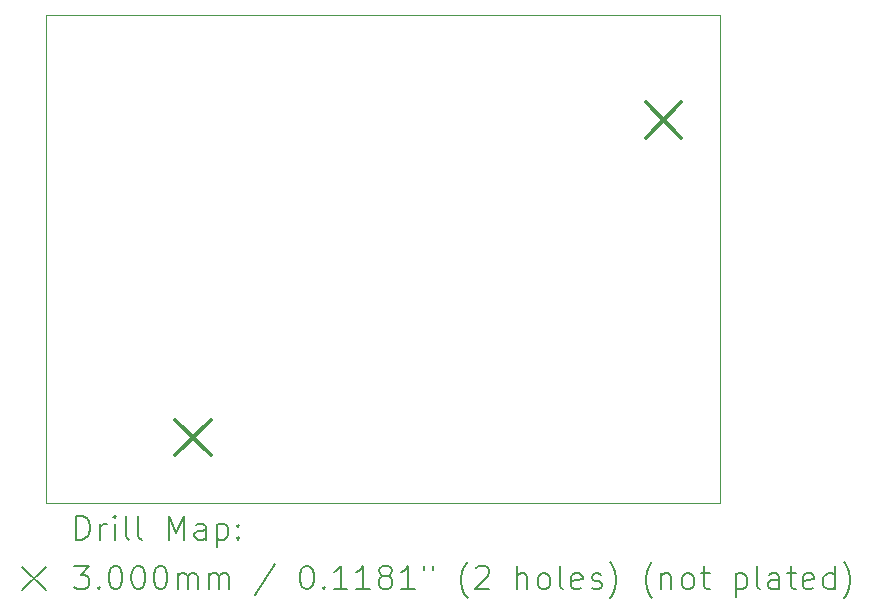
<source format=gbr>
%TF.GenerationSoftware,KiCad,Pcbnew,8.0.1*%
%TF.CreationDate,2024-06-13T00:26:48+02:00*%
%TF.ProjectId,CFT,4346542e-6b69-4636-9164-5f7063625858,rev?*%
%TF.SameCoordinates,PX52e4ef2PY60c692e*%
%TF.FileFunction,Drillmap*%
%TF.FilePolarity,Positive*%
%FSLAX45Y45*%
G04 Gerber Fmt 4.5, Leading zero omitted, Abs format (unit mm)*
G04 Created by KiCad (PCBNEW 8.0.1) date 2024-06-13 00:26:48*
%MOMM*%
%LPD*%
G01*
G04 APERTURE LIST*
%ADD10C,0.050000*%
%ADD11C,0.200000*%
%ADD12C,0.300000*%
G04 APERTURE END LIST*
D10*
X2000Y4127000D02*
X5713000Y4127000D01*
X5713000Y0D01*
X2000Y0D01*
X2000Y4127000D01*
D11*
D12*
X1096000Y701000D02*
X1396000Y401000D01*
X1396000Y701000D02*
X1096000Y401000D01*
X5082000Y3387000D02*
X5382000Y3087000D01*
X5382000Y3387000D02*
X5082000Y3087000D01*
D11*
X260277Y-313984D02*
X260277Y-113984D01*
X260277Y-113984D02*
X307896Y-113984D01*
X307896Y-113984D02*
X336467Y-123508D01*
X336467Y-123508D02*
X355515Y-142555D01*
X355515Y-142555D02*
X365039Y-161603D01*
X365039Y-161603D02*
X374562Y-199698D01*
X374562Y-199698D02*
X374562Y-228269D01*
X374562Y-228269D02*
X365039Y-266365D01*
X365039Y-266365D02*
X355515Y-285412D01*
X355515Y-285412D02*
X336467Y-304460D01*
X336467Y-304460D02*
X307896Y-313984D01*
X307896Y-313984D02*
X260277Y-313984D01*
X460277Y-313984D02*
X460277Y-180650D01*
X460277Y-218746D02*
X469801Y-199698D01*
X469801Y-199698D02*
X479324Y-190174D01*
X479324Y-190174D02*
X498372Y-180650D01*
X498372Y-180650D02*
X517420Y-180650D01*
X584086Y-313984D02*
X584086Y-180650D01*
X584086Y-113984D02*
X574563Y-123508D01*
X574563Y-123508D02*
X584086Y-133031D01*
X584086Y-133031D02*
X593610Y-123508D01*
X593610Y-123508D02*
X584086Y-113984D01*
X584086Y-113984D02*
X584086Y-133031D01*
X707896Y-313984D02*
X688848Y-304460D01*
X688848Y-304460D02*
X679324Y-285412D01*
X679324Y-285412D02*
X679324Y-113984D01*
X812658Y-313984D02*
X793610Y-304460D01*
X793610Y-304460D02*
X784086Y-285412D01*
X784086Y-285412D02*
X784086Y-113984D01*
X1041229Y-313984D02*
X1041229Y-113984D01*
X1041229Y-113984D02*
X1107896Y-256841D01*
X1107896Y-256841D02*
X1174563Y-113984D01*
X1174563Y-113984D02*
X1174563Y-313984D01*
X1355515Y-313984D02*
X1355515Y-209222D01*
X1355515Y-209222D02*
X1345991Y-190174D01*
X1345991Y-190174D02*
X1326944Y-180650D01*
X1326944Y-180650D02*
X1288848Y-180650D01*
X1288848Y-180650D02*
X1269801Y-190174D01*
X1355515Y-304460D02*
X1336467Y-313984D01*
X1336467Y-313984D02*
X1288848Y-313984D01*
X1288848Y-313984D02*
X1269801Y-304460D01*
X1269801Y-304460D02*
X1260277Y-285412D01*
X1260277Y-285412D02*
X1260277Y-266365D01*
X1260277Y-266365D02*
X1269801Y-247317D01*
X1269801Y-247317D02*
X1288848Y-237793D01*
X1288848Y-237793D02*
X1336467Y-237793D01*
X1336467Y-237793D02*
X1355515Y-228269D01*
X1450753Y-180650D02*
X1450753Y-380650D01*
X1450753Y-190174D02*
X1469801Y-180650D01*
X1469801Y-180650D02*
X1507896Y-180650D01*
X1507896Y-180650D02*
X1526943Y-190174D01*
X1526943Y-190174D02*
X1536467Y-199698D01*
X1536467Y-199698D02*
X1545991Y-218746D01*
X1545991Y-218746D02*
X1545991Y-275889D01*
X1545991Y-275889D02*
X1536467Y-294936D01*
X1536467Y-294936D02*
X1526943Y-304460D01*
X1526943Y-304460D02*
X1507896Y-313984D01*
X1507896Y-313984D02*
X1469801Y-313984D01*
X1469801Y-313984D02*
X1450753Y-304460D01*
X1631705Y-294936D02*
X1641229Y-304460D01*
X1641229Y-304460D02*
X1631705Y-313984D01*
X1631705Y-313984D02*
X1622182Y-304460D01*
X1622182Y-304460D02*
X1631705Y-294936D01*
X1631705Y-294936D02*
X1631705Y-313984D01*
X1631705Y-190174D02*
X1641229Y-199698D01*
X1641229Y-199698D02*
X1631705Y-209222D01*
X1631705Y-209222D02*
X1622182Y-199698D01*
X1622182Y-199698D02*
X1631705Y-190174D01*
X1631705Y-190174D02*
X1631705Y-209222D01*
X-200500Y-542500D02*
X-500Y-742500D01*
X-500Y-542500D02*
X-200500Y-742500D01*
X241229Y-533984D02*
X365039Y-533984D01*
X365039Y-533984D02*
X298372Y-610174D01*
X298372Y-610174D02*
X326944Y-610174D01*
X326944Y-610174D02*
X345991Y-619698D01*
X345991Y-619698D02*
X355515Y-629222D01*
X355515Y-629222D02*
X365039Y-648270D01*
X365039Y-648270D02*
X365039Y-695889D01*
X365039Y-695889D02*
X355515Y-714936D01*
X355515Y-714936D02*
X345991Y-724460D01*
X345991Y-724460D02*
X326944Y-733984D01*
X326944Y-733984D02*
X269801Y-733984D01*
X269801Y-733984D02*
X250753Y-724460D01*
X250753Y-724460D02*
X241229Y-714936D01*
X450753Y-714936D02*
X460277Y-724460D01*
X460277Y-724460D02*
X450753Y-733984D01*
X450753Y-733984D02*
X441229Y-724460D01*
X441229Y-724460D02*
X450753Y-714936D01*
X450753Y-714936D02*
X450753Y-733984D01*
X584086Y-533984D02*
X603134Y-533984D01*
X603134Y-533984D02*
X622182Y-543508D01*
X622182Y-543508D02*
X631705Y-553031D01*
X631705Y-553031D02*
X641229Y-572079D01*
X641229Y-572079D02*
X650753Y-610174D01*
X650753Y-610174D02*
X650753Y-657793D01*
X650753Y-657793D02*
X641229Y-695889D01*
X641229Y-695889D02*
X631705Y-714936D01*
X631705Y-714936D02*
X622182Y-724460D01*
X622182Y-724460D02*
X603134Y-733984D01*
X603134Y-733984D02*
X584086Y-733984D01*
X584086Y-733984D02*
X565039Y-724460D01*
X565039Y-724460D02*
X555515Y-714936D01*
X555515Y-714936D02*
X545991Y-695889D01*
X545991Y-695889D02*
X536467Y-657793D01*
X536467Y-657793D02*
X536467Y-610174D01*
X536467Y-610174D02*
X545991Y-572079D01*
X545991Y-572079D02*
X555515Y-553031D01*
X555515Y-553031D02*
X565039Y-543508D01*
X565039Y-543508D02*
X584086Y-533984D01*
X774562Y-533984D02*
X793610Y-533984D01*
X793610Y-533984D02*
X812658Y-543508D01*
X812658Y-543508D02*
X822182Y-553031D01*
X822182Y-553031D02*
X831705Y-572079D01*
X831705Y-572079D02*
X841229Y-610174D01*
X841229Y-610174D02*
X841229Y-657793D01*
X841229Y-657793D02*
X831705Y-695889D01*
X831705Y-695889D02*
X822182Y-714936D01*
X822182Y-714936D02*
X812658Y-724460D01*
X812658Y-724460D02*
X793610Y-733984D01*
X793610Y-733984D02*
X774562Y-733984D01*
X774562Y-733984D02*
X755515Y-724460D01*
X755515Y-724460D02*
X745991Y-714936D01*
X745991Y-714936D02*
X736467Y-695889D01*
X736467Y-695889D02*
X726943Y-657793D01*
X726943Y-657793D02*
X726943Y-610174D01*
X726943Y-610174D02*
X736467Y-572079D01*
X736467Y-572079D02*
X745991Y-553031D01*
X745991Y-553031D02*
X755515Y-543508D01*
X755515Y-543508D02*
X774562Y-533984D01*
X965039Y-533984D02*
X984086Y-533984D01*
X984086Y-533984D02*
X1003134Y-543508D01*
X1003134Y-543508D02*
X1012658Y-553031D01*
X1012658Y-553031D02*
X1022182Y-572079D01*
X1022182Y-572079D02*
X1031705Y-610174D01*
X1031705Y-610174D02*
X1031705Y-657793D01*
X1031705Y-657793D02*
X1022182Y-695889D01*
X1022182Y-695889D02*
X1012658Y-714936D01*
X1012658Y-714936D02*
X1003134Y-724460D01*
X1003134Y-724460D02*
X984086Y-733984D01*
X984086Y-733984D02*
X965039Y-733984D01*
X965039Y-733984D02*
X945991Y-724460D01*
X945991Y-724460D02*
X936467Y-714936D01*
X936467Y-714936D02*
X926943Y-695889D01*
X926943Y-695889D02*
X917420Y-657793D01*
X917420Y-657793D02*
X917420Y-610174D01*
X917420Y-610174D02*
X926943Y-572079D01*
X926943Y-572079D02*
X936467Y-553031D01*
X936467Y-553031D02*
X945991Y-543508D01*
X945991Y-543508D02*
X965039Y-533984D01*
X1117420Y-733984D02*
X1117420Y-600650D01*
X1117420Y-619698D02*
X1126944Y-610174D01*
X1126944Y-610174D02*
X1145991Y-600650D01*
X1145991Y-600650D02*
X1174563Y-600650D01*
X1174563Y-600650D02*
X1193610Y-610174D01*
X1193610Y-610174D02*
X1203134Y-629222D01*
X1203134Y-629222D02*
X1203134Y-733984D01*
X1203134Y-629222D02*
X1212658Y-610174D01*
X1212658Y-610174D02*
X1231705Y-600650D01*
X1231705Y-600650D02*
X1260277Y-600650D01*
X1260277Y-600650D02*
X1279325Y-610174D01*
X1279325Y-610174D02*
X1288848Y-629222D01*
X1288848Y-629222D02*
X1288848Y-733984D01*
X1384086Y-733984D02*
X1384086Y-600650D01*
X1384086Y-619698D02*
X1393610Y-610174D01*
X1393610Y-610174D02*
X1412658Y-600650D01*
X1412658Y-600650D02*
X1441229Y-600650D01*
X1441229Y-600650D02*
X1460277Y-610174D01*
X1460277Y-610174D02*
X1469801Y-629222D01*
X1469801Y-629222D02*
X1469801Y-733984D01*
X1469801Y-629222D02*
X1479324Y-610174D01*
X1479324Y-610174D02*
X1498372Y-600650D01*
X1498372Y-600650D02*
X1526943Y-600650D01*
X1526943Y-600650D02*
X1545991Y-610174D01*
X1545991Y-610174D02*
X1555515Y-629222D01*
X1555515Y-629222D02*
X1555515Y-733984D01*
X1945991Y-524460D02*
X1774563Y-781603D01*
X2203134Y-533984D02*
X2222182Y-533984D01*
X2222182Y-533984D02*
X2241229Y-543508D01*
X2241229Y-543508D02*
X2250753Y-553031D01*
X2250753Y-553031D02*
X2260277Y-572079D01*
X2260277Y-572079D02*
X2269801Y-610174D01*
X2269801Y-610174D02*
X2269801Y-657793D01*
X2269801Y-657793D02*
X2260277Y-695889D01*
X2260277Y-695889D02*
X2250753Y-714936D01*
X2250753Y-714936D02*
X2241229Y-724460D01*
X2241229Y-724460D02*
X2222182Y-733984D01*
X2222182Y-733984D02*
X2203134Y-733984D01*
X2203134Y-733984D02*
X2184087Y-724460D01*
X2184087Y-724460D02*
X2174563Y-714936D01*
X2174563Y-714936D02*
X2165039Y-695889D01*
X2165039Y-695889D02*
X2155515Y-657793D01*
X2155515Y-657793D02*
X2155515Y-610174D01*
X2155515Y-610174D02*
X2165039Y-572079D01*
X2165039Y-572079D02*
X2174563Y-553031D01*
X2174563Y-553031D02*
X2184087Y-543508D01*
X2184087Y-543508D02*
X2203134Y-533984D01*
X2355515Y-714936D02*
X2365039Y-724460D01*
X2365039Y-724460D02*
X2355515Y-733984D01*
X2355515Y-733984D02*
X2345991Y-724460D01*
X2345991Y-724460D02*
X2355515Y-714936D01*
X2355515Y-714936D02*
X2355515Y-733984D01*
X2555515Y-733984D02*
X2441229Y-733984D01*
X2498372Y-733984D02*
X2498372Y-533984D01*
X2498372Y-533984D02*
X2479325Y-562555D01*
X2479325Y-562555D02*
X2460277Y-581603D01*
X2460277Y-581603D02*
X2441229Y-591127D01*
X2745991Y-733984D02*
X2631706Y-733984D01*
X2688848Y-733984D02*
X2688848Y-533984D01*
X2688848Y-533984D02*
X2669801Y-562555D01*
X2669801Y-562555D02*
X2650753Y-581603D01*
X2650753Y-581603D02*
X2631706Y-591127D01*
X2860277Y-619698D02*
X2841229Y-610174D01*
X2841229Y-610174D02*
X2831706Y-600650D01*
X2831706Y-600650D02*
X2822182Y-581603D01*
X2822182Y-581603D02*
X2822182Y-572079D01*
X2822182Y-572079D02*
X2831706Y-553031D01*
X2831706Y-553031D02*
X2841229Y-543508D01*
X2841229Y-543508D02*
X2860277Y-533984D01*
X2860277Y-533984D02*
X2898372Y-533984D01*
X2898372Y-533984D02*
X2917420Y-543508D01*
X2917420Y-543508D02*
X2926944Y-553031D01*
X2926944Y-553031D02*
X2936467Y-572079D01*
X2936467Y-572079D02*
X2936467Y-581603D01*
X2936467Y-581603D02*
X2926944Y-600650D01*
X2926944Y-600650D02*
X2917420Y-610174D01*
X2917420Y-610174D02*
X2898372Y-619698D01*
X2898372Y-619698D02*
X2860277Y-619698D01*
X2860277Y-619698D02*
X2841229Y-629222D01*
X2841229Y-629222D02*
X2831706Y-638746D01*
X2831706Y-638746D02*
X2822182Y-657793D01*
X2822182Y-657793D02*
X2822182Y-695889D01*
X2822182Y-695889D02*
X2831706Y-714936D01*
X2831706Y-714936D02*
X2841229Y-724460D01*
X2841229Y-724460D02*
X2860277Y-733984D01*
X2860277Y-733984D02*
X2898372Y-733984D01*
X2898372Y-733984D02*
X2917420Y-724460D01*
X2917420Y-724460D02*
X2926944Y-714936D01*
X2926944Y-714936D02*
X2936467Y-695889D01*
X2936467Y-695889D02*
X2936467Y-657793D01*
X2936467Y-657793D02*
X2926944Y-638746D01*
X2926944Y-638746D02*
X2917420Y-629222D01*
X2917420Y-629222D02*
X2898372Y-619698D01*
X3126944Y-733984D02*
X3012658Y-733984D01*
X3069801Y-733984D02*
X3069801Y-533984D01*
X3069801Y-533984D02*
X3050753Y-562555D01*
X3050753Y-562555D02*
X3031706Y-581603D01*
X3031706Y-581603D02*
X3012658Y-591127D01*
X3203134Y-533984D02*
X3203134Y-572079D01*
X3279325Y-533984D02*
X3279325Y-572079D01*
X3574563Y-810174D02*
X3565039Y-800650D01*
X3565039Y-800650D02*
X3545991Y-772079D01*
X3545991Y-772079D02*
X3536468Y-753031D01*
X3536468Y-753031D02*
X3526944Y-724460D01*
X3526944Y-724460D02*
X3517420Y-676841D01*
X3517420Y-676841D02*
X3517420Y-638746D01*
X3517420Y-638746D02*
X3526944Y-591127D01*
X3526944Y-591127D02*
X3536468Y-562555D01*
X3536468Y-562555D02*
X3545991Y-543508D01*
X3545991Y-543508D02*
X3565039Y-514936D01*
X3565039Y-514936D02*
X3574563Y-505412D01*
X3641229Y-553031D02*
X3650753Y-543508D01*
X3650753Y-543508D02*
X3669801Y-533984D01*
X3669801Y-533984D02*
X3717420Y-533984D01*
X3717420Y-533984D02*
X3736468Y-543508D01*
X3736468Y-543508D02*
X3745991Y-553031D01*
X3745991Y-553031D02*
X3755515Y-572079D01*
X3755515Y-572079D02*
X3755515Y-591127D01*
X3755515Y-591127D02*
X3745991Y-619698D01*
X3745991Y-619698D02*
X3631706Y-733984D01*
X3631706Y-733984D02*
X3755515Y-733984D01*
X3993610Y-733984D02*
X3993610Y-533984D01*
X4079325Y-733984D02*
X4079325Y-629222D01*
X4079325Y-629222D02*
X4069801Y-610174D01*
X4069801Y-610174D02*
X4050753Y-600650D01*
X4050753Y-600650D02*
X4022182Y-600650D01*
X4022182Y-600650D02*
X4003134Y-610174D01*
X4003134Y-610174D02*
X3993610Y-619698D01*
X4203134Y-733984D02*
X4184087Y-724460D01*
X4184087Y-724460D02*
X4174563Y-714936D01*
X4174563Y-714936D02*
X4165039Y-695889D01*
X4165039Y-695889D02*
X4165039Y-638746D01*
X4165039Y-638746D02*
X4174563Y-619698D01*
X4174563Y-619698D02*
X4184087Y-610174D01*
X4184087Y-610174D02*
X4203134Y-600650D01*
X4203134Y-600650D02*
X4231706Y-600650D01*
X4231706Y-600650D02*
X4250753Y-610174D01*
X4250753Y-610174D02*
X4260277Y-619698D01*
X4260277Y-619698D02*
X4269801Y-638746D01*
X4269801Y-638746D02*
X4269801Y-695889D01*
X4269801Y-695889D02*
X4260277Y-714936D01*
X4260277Y-714936D02*
X4250753Y-724460D01*
X4250753Y-724460D02*
X4231706Y-733984D01*
X4231706Y-733984D02*
X4203134Y-733984D01*
X4384087Y-733984D02*
X4365039Y-724460D01*
X4365039Y-724460D02*
X4355515Y-705412D01*
X4355515Y-705412D02*
X4355515Y-533984D01*
X4536468Y-724460D02*
X4517420Y-733984D01*
X4517420Y-733984D02*
X4479325Y-733984D01*
X4479325Y-733984D02*
X4460277Y-724460D01*
X4460277Y-724460D02*
X4450753Y-705412D01*
X4450753Y-705412D02*
X4450753Y-629222D01*
X4450753Y-629222D02*
X4460277Y-610174D01*
X4460277Y-610174D02*
X4479325Y-600650D01*
X4479325Y-600650D02*
X4517420Y-600650D01*
X4517420Y-600650D02*
X4536468Y-610174D01*
X4536468Y-610174D02*
X4545992Y-629222D01*
X4545992Y-629222D02*
X4545992Y-648270D01*
X4545992Y-648270D02*
X4450753Y-667317D01*
X4622182Y-724460D02*
X4641230Y-733984D01*
X4641230Y-733984D02*
X4679325Y-733984D01*
X4679325Y-733984D02*
X4698373Y-724460D01*
X4698373Y-724460D02*
X4707896Y-705412D01*
X4707896Y-705412D02*
X4707896Y-695889D01*
X4707896Y-695889D02*
X4698373Y-676841D01*
X4698373Y-676841D02*
X4679325Y-667317D01*
X4679325Y-667317D02*
X4650753Y-667317D01*
X4650753Y-667317D02*
X4631706Y-657793D01*
X4631706Y-657793D02*
X4622182Y-638746D01*
X4622182Y-638746D02*
X4622182Y-629222D01*
X4622182Y-629222D02*
X4631706Y-610174D01*
X4631706Y-610174D02*
X4650753Y-600650D01*
X4650753Y-600650D02*
X4679325Y-600650D01*
X4679325Y-600650D02*
X4698373Y-610174D01*
X4774563Y-810174D02*
X4784087Y-800650D01*
X4784087Y-800650D02*
X4803134Y-772079D01*
X4803134Y-772079D02*
X4812658Y-753031D01*
X4812658Y-753031D02*
X4822182Y-724460D01*
X4822182Y-724460D02*
X4831706Y-676841D01*
X4831706Y-676841D02*
X4831706Y-638746D01*
X4831706Y-638746D02*
X4822182Y-591127D01*
X4822182Y-591127D02*
X4812658Y-562555D01*
X4812658Y-562555D02*
X4803134Y-543508D01*
X4803134Y-543508D02*
X4784087Y-514936D01*
X4784087Y-514936D02*
X4774563Y-505412D01*
X5136468Y-810174D02*
X5126944Y-800650D01*
X5126944Y-800650D02*
X5107896Y-772079D01*
X5107896Y-772079D02*
X5098373Y-753031D01*
X5098373Y-753031D02*
X5088849Y-724460D01*
X5088849Y-724460D02*
X5079325Y-676841D01*
X5079325Y-676841D02*
X5079325Y-638746D01*
X5079325Y-638746D02*
X5088849Y-591127D01*
X5088849Y-591127D02*
X5098373Y-562555D01*
X5098373Y-562555D02*
X5107896Y-543508D01*
X5107896Y-543508D02*
X5126944Y-514936D01*
X5126944Y-514936D02*
X5136468Y-505412D01*
X5212658Y-600650D02*
X5212658Y-733984D01*
X5212658Y-619698D02*
X5222182Y-610174D01*
X5222182Y-610174D02*
X5241230Y-600650D01*
X5241230Y-600650D02*
X5269801Y-600650D01*
X5269801Y-600650D02*
X5288849Y-610174D01*
X5288849Y-610174D02*
X5298373Y-629222D01*
X5298373Y-629222D02*
X5298373Y-733984D01*
X5422182Y-733984D02*
X5403134Y-724460D01*
X5403134Y-724460D02*
X5393611Y-714936D01*
X5393611Y-714936D02*
X5384087Y-695889D01*
X5384087Y-695889D02*
X5384087Y-638746D01*
X5384087Y-638746D02*
X5393611Y-619698D01*
X5393611Y-619698D02*
X5403134Y-610174D01*
X5403134Y-610174D02*
X5422182Y-600650D01*
X5422182Y-600650D02*
X5450754Y-600650D01*
X5450754Y-600650D02*
X5469801Y-610174D01*
X5469801Y-610174D02*
X5479325Y-619698D01*
X5479325Y-619698D02*
X5488849Y-638746D01*
X5488849Y-638746D02*
X5488849Y-695889D01*
X5488849Y-695889D02*
X5479325Y-714936D01*
X5479325Y-714936D02*
X5469801Y-724460D01*
X5469801Y-724460D02*
X5450754Y-733984D01*
X5450754Y-733984D02*
X5422182Y-733984D01*
X5545992Y-600650D02*
X5622182Y-600650D01*
X5574563Y-533984D02*
X5574563Y-705412D01*
X5574563Y-705412D02*
X5584087Y-724460D01*
X5584087Y-724460D02*
X5603134Y-733984D01*
X5603134Y-733984D02*
X5622182Y-733984D01*
X5841230Y-600650D02*
X5841230Y-800650D01*
X5841230Y-610174D02*
X5860277Y-600650D01*
X5860277Y-600650D02*
X5898373Y-600650D01*
X5898373Y-600650D02*
X5917420Y-610174D01*
X5917420Y-610174D02*
X5926944Y-619698D01*
X5926944Y-619698D02*
X5936468Y-638746D01*
X5936468Y-638746D02*
X5936468Y-695889D01*
X5936468Y-695889D02*
X5926944Y-714936D01*
X5926944Y-714936D02*
X5917420Y-724460D01*
X5917420Y-724460D02*
X5898373Y-733984D01*
X5898373Y-733984D02*
X5860277Y-733984D01*
X5860277Y-733984D02*
X5841230Y-724460D01*
X6050753Y-733984D02*
X6031706Y-724460D01*
X6031706Y-724460D02*
X6022182Y-705412D01*
X6022182Y-705412D02*
X6022182Y-533984D01*
X6212658Y-733984D02*
X6212658Y-629222D01*
X6212658Y-629222D02*
X6203134Y-610174D01*
X6203134Y-610174D02*
X6184087Y-600650D01*
X6184087Y-600650D02*
X6145992Y-600650D01*
X6145992Y-600650D02*
X6126944Y-610174D01*
X6212658Y-724460D02*
X6193611Y-733984D01*
X6193611Y-733984D02*
X6145992Y-733984D01*
X6145992Y-733984D02*
X6126944Y-724460D01*
X6126944Y-724460D02*
X6117420Y-705412D01*
X6117420Y-705412D02*
X6117420Y-686365D01*
X6117420Y-686365D02*
X6126944Y-667317D01*
X6126944Y-667317D02*
X6145992Y-657793D01*
X6145992Y-657793D02*
X6193611Y-657793D01*
X6193611Y-657793D02*
X6212658Y-648270D01*
X6279325Y-600650D02*
X6355515Y-600650D01*
X6307896Y-533984D02*
X6307896Y-705412D01*
X6307896Y-705412D02*
X6317420Y-724460D01*
X6317420Y-724460D02*
X6336468Y-733984D01*
X6336468Y-733984D02*
X6355515Y-733984D01*
X6498373Y-724460D02*
X6479325Y-733984D01*
X6479325Y-733984D02*
X6441230Y-733984D01*
X6441230Y-733984D02*
X6422182Y-724460D01*
X6422182Y-724460D02*
X6412658Y-705412D01*
X6412658Y-705412D02*
X6412658Y-629222D01*
X6412658Y-629222D02*
X6422182Y-610174D01*
X6422182Y-610174D02*
X6441230Y-600650D01*
X6441230Y-600650D02*
X6479325Y-600650D01*
X6479325Y-600650D02*
X6498373Y-610174D01*
X6498373Y-610174D02*
X6507896Y-629222D01*
X6507896Y-629222D02*
X6507896Y-648270D01*
X6507896Y-648270D02*
X6412658Y-667317D01*
X6679325Y-733984D02*
X6679325Y-533984D01*
X6679325Y-724460D02*
X6660277Y-733984D01*
X6660277Y-733984D02*
X6622182Y-733984D01*
X6622182Y-733984D02*
X6603134Y-724460D01*
X6603134Y-724460D02*
X6593611Y-714936D01*
X6593611Y-714936D02*
X6584087Y-695889D01*
X6584087Y-695889D02*
X6584087Y-638746D01*
X6584087Y-638746D02*
X6593611Y-619698D01*
X6593611Y-619698D02*
X6603134Y-610174D01*
X6603134Y-610174D02*
X6622182Y-600650D01*
X6622182Y-600650D02*
X6660277Y-600650D01*
X6660277Y-600650D02*
X6679325Y-610174D01*
X6755515Y-810174D02*
X6765039Y-800650D01*
X6765039Y-800650D02*
X6784087Y-772079D01*
X6784087Y-772079D02*
X6793611Y-753031D01*
X6793611Y-753031D02*
X6803134Y-724460D01*
X6803134Y-724460D02*
X6812658Y-676841D01*
X6812658Y-676841D02*
X6812658Y-638746D01*
X6812658Y-638746D02*
X6803134Y-591127D01*
X6803134Y-591127D02*
X6793611Y-562555D01*
X6793611Y-562555D02*
X6784087Y-543508D01*
X6784087Y-543508D02*
X6765039Y-514936D01*
X6765039Y-514936D02*
X6755515Y-505412D01*
M02*

</source>
